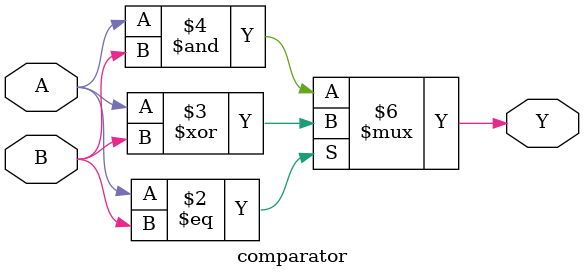
<source format=v>
module comparator (A,B,Y);
    input A,B;
    output Y;

    reg Y;

    always @ (A or B)
    begin
        if (A==B)
            Y = A ^ B;   // XOR of two equal bits → always 0
        else
            Y = A & B;   // AND of different bits → always 0
    end
endmodule

</source>
